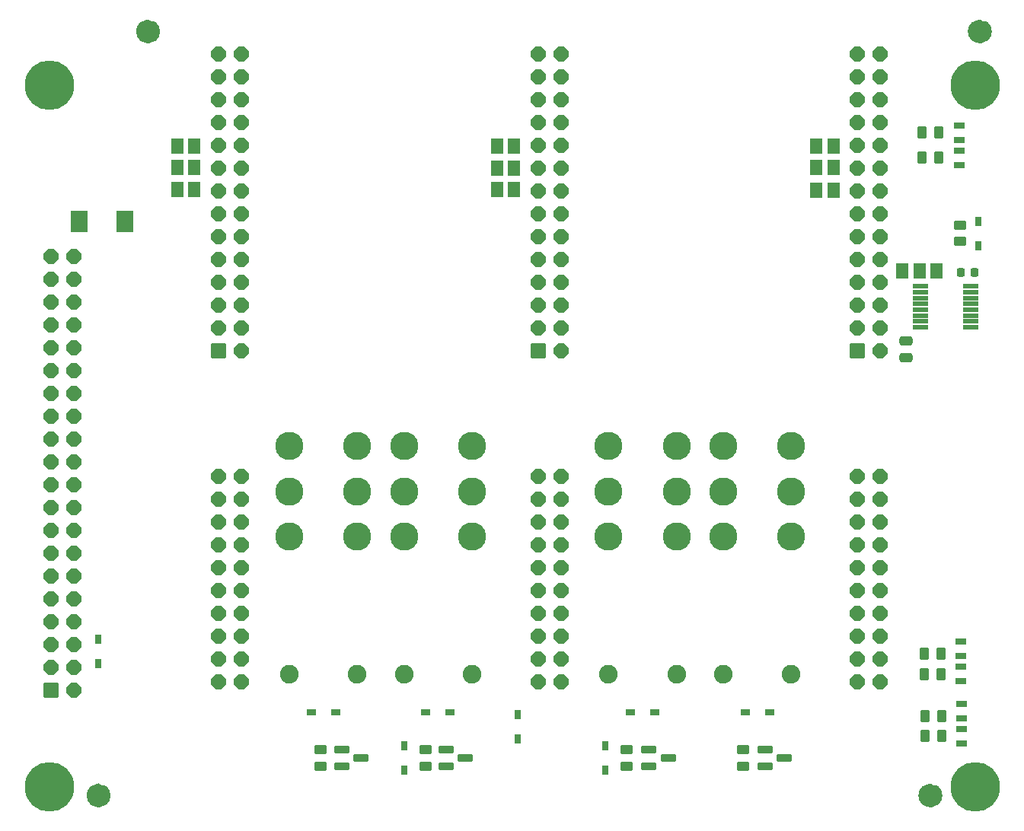
<source format=gbr>
%TF.GenerationSoftware,KiCad,Pcbnew,7.0.10-7.0.10~ubuntu22.04.1*%
%TF.CreationDate,2024-01-03T13:55:48+01:00*%
%TF.ProjectId,EEZ DIB BP3C-DM r3B3,45455a20-4449-4422-9042-5033432d444d,rev?*%
%TF.SameCoordinates,Original*%
%TF.FileFunction,Soldermask,Top*%
%TF.FilePolarity,Negative*%
%FSLAX46Y46*%
G04 Gerber Fmt 4.6, Leading zero omitted, Abs format (unit mm)*
G04 Created by KiCad (PCBNEW 7.0.10-7.0.10~ubuntu22.04.1) date 2024-01-03 13:55:48*
%MOMM*%
%LPD*%
G01*
G04 APERTURE LIST*
G04 Aperture macros list*
%AMRoundRect*
0 Rectangle with rounded corners*
0 $1 Rounding radius*
0 $2 $3 $4 $5 $6 $7 $8 $9 X,Y pos of 4 corners*
0 Add a 4 corners polygon primitive as box body*
4,1,4,$2,$3,$4,$5,$6,$7,$8,$9,$2,$3,0*
0 Add four circle primitives for the rounded corners*
1,1,$1+$1,$2,$3*
1,1,$1+$1,$4,$5*
1,1,$1+$1,$6,$7*
1,1,$1+$1,$8,$9*
0 Add four rect primitives between the rounded corners*
20,1,$1+$1,$2,$3,$4,$5,0*
20,1,$1+$1,$4,$5,$6,$7,0*
20,1,$1+$1,$6,$7,$8,$9,0*
20,1,$1+$1,$8,$9,$2,$3,0*%
%AMFreePoly0*
4,1,17,0.355561,0.794901,0.794901,0.355561,0.813500,0.310660,0.813500,-0.310660,0.794901,-0.355561,0.355561,-0.794901,0.310660,-0.813500,-0.310660,-0.813500,-0.355561,-0.794901,-0.794901,-0.355561,-0.813500,-0.310660,-0.813500,0.310660,-0.794901,0.355561,-0.355561,0.794901,-0.310660,0.813500,0.310660,0.813500,0.355561,0.794901,0.355561,0.794901,$1*%
G04 Aperture macros list end*
%ADD10C,1.327913*%
%ADD11FreePoly0,90.000000*%
%ADD12RoundRect,0.063500X0.750000X-0.750000X0.750000X0.750000X-0.750000X0.750000X-0.750000X-0.750000X0*%
%ADD13RoundRect,0.508000X0.000000X0.000000X0.000000X0.000000X0.000000X0.000000X0.000000X0.000000X0*%
%ADD14RoundRect,0.063500X-0.750000X0.750000X-0.750000X-0.750000X0.750000X-0.750000X0.750000X0.750000X0*%
%ADD15FreePoly0,270.000000*%
%ADD16RoundRect,0.225000X0.225000X0.250000X-0.225000X0.250000X-0.225000X-0.250000X0.225000X-0.250000X0*%
%ADD17C,5.500000*%
%ADD18C,2.077000*%
%ADD19C,3.127000*%
%ADD20RoundRect,0.069233X-0.794267X-0.169267X0.794267X-0.169267X0.794267X0.169267X-0.794267X0.169267X0*%
%ADD21R,1.295400X0.762000*%
%ADD22RoundRect,0.071581X-0.753919X-0.322119X0.753919X-0.322119X0.753919X0.322119X-0.753919X0.322119X0*%
%ADD23RoundRect,0.055763X-0.657737X-0.757737X0.657737X-0.757737X0.657737X0.757737X-0.657737X0.757737X0*%
%ADD24RoundRect,0.250000X-0.262500X-0.450000X0.262500X-0.450000X0.262500X0.450000X-0.262500X0.450000X0*%
%ADD25RoundRect,0.250000X0.450000X-0.262500X0.450000X0.262500X-0.450000X0.262500X-0.450000X-0.262500X0*%
%ADD26RoundRect,0.250000X0.262500X0.450000X-0.262500X0.450000X-0.262500X-0.450000X0.262500X-0.450000X0*%
%ADD27R,1.092200X0.762000*%
%ADD28RoundRect,0.055763X0.657737X0.757737X-0.657737X0.757737X-0.657737X-0.757737X0.657737X-0.757737X0*%
%ADD29R,0.762000X1.092200*%
%ADD30RoundRect,0.054384X-0.909116X-1.109116X0.909116X-1.109116X0.909116X1.109116X-0.909116X1.109116X0*%
%ADD31RoundRect,0.250000X-0.475000X0.250000X-0.475000X-0.250000X0.475000X-0.250000X0.475000X0.250000X0*%
G04 APERTURE END LIST*
%TO.C,FM4*%
D10*
X201163956Y-62500000D02*
G75*
G03*
X199836044Y-62500000I-663956J0D01*
G01*
X199836044Y-62500000D02*
G75*
G03*
X201163956Y-62500000I663956J0D01*
G01*
%TO.C,FM3*%
X103163956Y-147500000D02*
G75*
G03*
X101836044Y-147500000I-663956J0D01*
G01*
X101836044Y-147500000D02*
G75*
G03*
X103163956Y-147500000I663956J0D01*
G01*
%TO.C,FM2*%
X195663956Y-147500000D02*
G75*
G03*
X194336044Y-147500000I-663956J0D01*
G01*
X194336044Y-147500000D02*
G75*
G03*
X195663956Y-147500000I663956J0D01*
G01*
%TO.C,FM1*%
X108663956Y-62500000D02*
G75*
G03*
X107336044Y-62500000I-663956J0D01*
G01*
X107336044Y-62500000D02*
G75*
G03*
X108663956Y-62500000I663956J0D01*
G01*
%TD*%
D11*
%TO.C,X3*%
X186860000Y-134860000D03*
X189400000Y-134860000D03*
X186860000Y-132320000D03*
X189400000Y-132320000D03*
X186860000Y-129780000D03*
X189400000Y-129780000D03*
X186860000Y-127240000D03*
X189400000Y-127240000D03*
X186860000Y-124700000D03*
X189400000Y-124700000D03*
X186860000Y-122160000D03*
X189400000Y-122160000D03*
X186860000Y-119620000D03*
X189400000Y-119620000D03*
X186860000Y-117080000D03*
X189400000Y-117080000D03*
X186860000Y-114540000D03*
X189400000Y-114540000D03*
X186860000Y-112000000D03*
X189400000Y-112000000D03*
%TD*%
%TO.C,X2*%
X151360000Y-134860000D03*
X153900000Y-134860000D03*
X151360000Y-132320000D03*
X153900000Y-132320000D03*
X151360000Y-129780000D03*
X153900000Y-129780000D03*
X151360000Y-127240000D03*
X153900000Y-127240000D03*
X151360000Y-124700000D03*
X153900000Y-124700000D03*
X151360000Y-122160000D03*
X153900000Y-122160000D03*
X151360000Y-119620000D03*
X153900000Y-119620000D03*
X151360000Y-117080000D03*
X153900000Y-117080000D03*
X151360000Y-114540000D03*
X153900000Y-114540000D03*
X151360000Y-112000000D03*
X153900000Y-112000000D03*
%TD*%
%TO.C,X7*%
X189400000Y-65000000D03*
X186860000Y-65000000D03*
X189400000Y-67540000D03*
X186860000Y-67540000D03*
X189400000Y-70080000D03*
X186860000Y-70080000D03*
X189400000Y-72620000D03*
X186860000Y-72620000D03*
X189400000Y-75160000D03*
X186860000Y-75160000D03*
X189400000Y-77700000D03*
X186860000Y-77700000D03*
X189400000Y-80240000D03*
X186860000Y-80240000D03*
X189400000Y-82780000D03*
X186860000Y-82780000D03*
X189400000Y-85320000D03*
X186860000Y-85320000D03*
X189400000Y-87860000D03*
X186860000Y-87860000D03*
X189400000Y-90400000D03*
X186860000Y-90400000D03*
X189400000Y-92940000D03*
X186860000Y-92940000D03*
X189400000Y-95480000D03*
X186860000Y-95480000D03*
X189400000Y-98020000D03*
D12*
X186860000Y-98020000D03*
%TD*%
D11*
%TO.C,X6*%
X153900000Y-65000000D03*
X151360000Y-65000000D03*
X153900000Y-67540000D03*
X151360000Y-67540000D03*
X153900000Y-70080000D03*
X151360000Y-70080000D03*
X153900000Y-72620000D03*
X151360000Y-72620000D03*
X153900000Y-75160000D03*
X151360000Y-75160000D03*
X153900000Y-77700000D03*
X151360000Y-77700000D03*
X153900000Y-80240000D03*
X151360000Y-80240000D03*
X153900000Y-82780000D03*
X151360000Y-82780000D03*
X153900000Y-85320000D03*
X151360000Y-85320000D03*
X153900000Y-87860000D03*
X151360000Y-87860000D03*
X153900000Y-90400000D03*
X151360000Y-90400000D03*
X153900000Y-92940000D03*
X151360000Y-92940000D03*
X153900000Y-95480000D03*
X151360000Y-95480000D03*
X153900000Y-98020000D03*
D12*
X151360000Y-98020000D03*
%TD*%
D11*
%TO.C,X1*%
X115860000Y-134860000D03*
X118400000Y-134860000D03*
X115860000Y-132320000D03*
X118400000Y-132320000D03*
X115860000Y-129780000D03*
X118400000Y-129780000D03*
X115860000Y-127240000D03*
X118400000Y-127240000D03*
X115860000Y-124700000D03*
X118400000Y-124700000D03*
X115860000Y-122160000D03*
X118400000Y-122160000D03*
X115860000Y-119620000D03*
X118400000Y-119620000D03*
X115860000Y-117080000D03*
X118400000Y-117080000D03*
X115860000Y-114540000D03*
X118400000Y-114540000D03*
X115860000Y-112000000D03*
X118400000Y-112000000D03*
%TD*%
%TO.C,X4*%
X118400000Y-65000000D03*
X115860000Y-65000000D03*
X118400000Y-67540000D03*
X115860000Y-67540000D03*
X118400000Y-70080000D03*
X115860000Y-70080000D03*
X118400000Y-72620000D03*
X115860000Y-72620000D03*
X118400000Y-75160000D03*
X115860000Y-75160000D03*
X118400000Y-77700000D03*
X115860000Y-77700000D03*
X118400000Y-80240000D03*
X115860000Y-80240000D03*
X118400000Y-82780000D03*
X115860000Y-82780000D03*
X118400000Y-85320000D03*
X115860000Y-85320000D03*
X118400000Y-87860000D03*
X115860000Y-87860000D03*
X118400000Y-90400000D03*
X115860000Y-90400000D03*
X118400000Y-92940000D03*
X115860000Y-92940000D03*
X118400000Y-95480000D03*
X115860000Y-95480000D03*
X118400000Y-98020000D03*
D12*
X115860000Y-98020000D03*
%TD*%
D13*
%TO.C,FM4*%
X200500000Y-62500000D03*
%TD*%
%TO.C,FM3*%
X102500000Y-147500000D03*
%TD*%
%TO.C,FM2*%
X195000000Y-147500000D03*
%TD*%
%TO.C,FM1*%
X108000000Y-62500000D03*
%TD*%
D14*
%TO.C,X5*%
X97200000Y-135760000D03*
D15*
X99740000Y-135760000D03*
X97200000Y-133220000D03*
X99740000Y-133220000D03*
X97200000Y-130680000D03*
X99740000Y-130680000D03*
X97200000Y-128140000D03*
X99740000Y-128140000D03*
X97200000Y-125600000D03*
X99740000Y-125600000D03*
X97200000Y-123060000D03*
X99740000Y-123060000D03*
X97200000Y-120520000D03*
X99740000Y-120520000D03*
X97200000Y-117980000D03*
X99740000Y-117980000D03*
X97200000Y-115440000D03*
X99740000Y-115440000D03*
X97200000Y-112900000D03*
X99740000Y-112900000D03*
X97200000Y-110360000D03*
X99740000Y-110360000D03*
X97200000Y-107820000D03*
X99740000Y-107820000D03*
X97200000Y-105280000D03*
X99740000Y-105280000D03*
X97200000Y-102740000D03*
X99740000Y-102740000D03*
X97200000Y-100200000D03*
X99740000Y-100200000D03*
X97200000Y-97660000D03*
X99740000Y-97660000D03*
X97200000Y-95120000D03*
X99740000Y-95120000D03*
X97200000Y-92580000D03*
X99740000Y-92580000D03*
X97200000Y-90040000D03*
X99740000Y-90040000D03*
X97200000Y-87500000D03*
X99740000Y-87500000D03*
%TD*%
D16*
%TO.C,C1*%
X199907100Y-89344600D03*
X198357100Y-89344600D03*
%TD*%
D17*
%TO.C,H4*%
X200000000Y-146500000D03*
%TD*%
%TO.C,H3*%
X200000000Y-68500000D03*
%TD*%
%TO.C,H2*%
X97000000Y-146500000D03*
%TD*%
%TO.C,H1*%
X97000000Y-68500000D03*
%TD*%
D18*
%TO.C,K3*%
X123721100Y-134003600D03*
X131281100Y-134003600D03*
D19*
X131281100Y-108633600D03*
X123721100Y-108633600D03*
X131281100Y-118713600D03*
X123721100Y-118713600D03*
X131281100Y-113673600D03*
X123721100Y-113673600D03*
%TD*%
D18*
%TO.C,K2*%
X136471100Y-134003600D03*
X144031100Y-134003600D03*
D19*
X144031100Y-108633600D03*
X136471100Y-108633600D03*
X144031100Y-118713600D03*
X136471100Y-118713600D03*
X144031100Y-113673600D03*
X136471100Y-113673600D03*
%TD*%
D18*
%TO.C,K4*%
X171971100Y-134003600D03*
X179531100Y-134003600D03*
D19*
X179531100Y-108633600D03*
X171971100Y-108633600D03*
X179531100Y-118713600D03*
X171971100Y-118713600D03*
X179531100Y-113673600D03*
X171971100Y-113673600D03*
%TD*%
%TO.C,K1*%
X159221100Y-113673600D03*
X166781100Y-113673600D03*
X159221100Y-118713600D03*
X166781100Y-118713600D03*
X159221100Y-108633600D03*
X166781100Y-108633600D03*
D18*
X166781100Y-134003600D03*
X159221100Y-134003600D03*
%TD*%
D20*
%TO.C,IC1*%
X193919100Y-90854600D03*
X193919100Y-91504600D03*
X193919100Y-92154600D03*
X193919100Y-92804600D03*
X193919100Y-93454600D03*
X193919100Y-94104600D03*
X193919100Y-94754600D03*
X193919100Y-95404600D03*
X199519100Y-95404600D03*
X199519100Y-94754600D03*
X199519100Y-94104600D03*
X199519100Y-93454600D03*
X199519100Y-92804600D03*
X199519100Y-92154600D03*
X199519100Y-91504600D03*
X199519100Y-90854600D03*
%TD*%
D21*
%TO.C,LED6*%
X198247000Y-77406500D03*
X198247000Y-75755500D03*
%TD*%
%TO.C,LED5*%
X198247000Y-74612500D03*
X198247000Y-72961500D03*
%TD*%
%TO.C,LED4*%
X198374100Y-130365500D03*
X198374100Y-132016500D03*
%TD*%
%TO.C,LED3*%
X198437600Y-140068400D03*
X198437600Y-141719400D03*
%TD*%
%TO.C,LED2*%
X198437600Y-137287000D03*
X198437600Y-138938000D03*
%TD*%
%TO.C,LED1*%
X198374100Y-133159600D03*
X198374100Y-134810600D03*
%TD*%
D22*
%TO.C,Q4*%
X178748600Y-143319600D03*
X176589600Y-144284800D03*
X176589600Y-142354400D03*
%TD*%
%TO.C,Q3*%
X131695100Y-143319600D03*
X129536100Y-144284800D03*
X129536100Y-142354400D03*
%TD*%
%TO.C,Q2*%
X143302900Y-143319600D03*
X141143900Y-144284800D03*
X141143900Y-142354400D03*
%TD*%
%TO.C,Q1*%
X163699100Y-142354400D03*
X163699100Y-144284800D03*
X165858100Y-143319600D03*
%TD*%
D23*
%TO.C,JP9*%
X184211000Y-75247500D03*
X182311000Y-75247500D03*
%TD*%
%TO.C,JP6*%
X146812000Y-75255600D03*
X148712000Y-75255600D03*
%TD*%
%TO.C,JP8*%
X184211000Y-77660500D03*
X182311000Y-77660500D03*
%TD*%
%TO.C,JP2*%
X113154500Y-77660500D03*
X111254500Y-77660500D03*
%TD*%
D24*
%TO.C,R10*%
X195917100Y-76517600D03*
X194092100Y-76517600D03*
%TD*%
D25*
%TO.C,R11*%
X198306600Y-84050600D03*
X198306600Y-85875600D03*
%TD*%
D26*
%TO.C,R5*%
X194346100Y-133985100D03*
X196171100Y-133985100D03*
%TD*%
D23*
%TO.C,JP5*%
X146812000Y-77668600D03*
X148712000Y-77668600D03*
%TD*%
D26*
%TO.C,R7*%
X194422300Y-140893900D03*
X196247300Y-140893900D03*
%TD*%
D27*
%TO.C,D6*%
X174405200Y-138239600D03*
X177123000Y-138239600D03*
%TD*%
D28*
%TO.C,JP7*%
X148712000Y-80081600D03*
X146812000Y-80081600D03*
%TD*%
D23*
%TO.C,JP3*%
X113154500Y-75247500D03*
X111254500Y-75247500D03*
%TD*%
D25*
%TO.C,R1*%
X161222600Y-142407100D03*
X161222600Y-144232100D03*
%TD*%
D27*
%TO.C,D5*%
X126145200Y-138239600D03*
X128863000Y-138239600D03*
%TD*%
D25*
%TO.C,R3*%
X127186600Y-142407100D03*
X127186600Y-144232100D03*
%TD*%
D24*
%TO.C,R9*%
X195917100Y-73723600D03*
X194092100Y-73723600D03*
%TD*%
D27*
%TO.C,D4*%
X138845200Y-138239600D03*
X141563000Y-138239600D03*
%TD*%
D23*
%TO.C,JP1*%
X193802000Y-89154000D03*
X195702000Y-89154000D03*
X191902000Y-89154000D03*
%TD*%
D29*
%TO.C,D8*%
X200338600Y-86322000D03*
X200338600Y-83604200D03*
%TD*%
%TO.C,ZD1*%
X149094100Y-141186000D03*
X149094100Y-138468200D03*
%TD*%
D26*
%TO.C,R8*%
X194346100Y-131762600D03*
X196171100Y-131762600D03*
%TD*%
D29*
%TO.C,D1*%
X158809600Y-141960700D03*
X158809600Y-144678500D03*
%TD*%
D28*
%TO.C,JP4*%
X111254500Y-80073500D03*
X113154500Y-80073500D03*
%TD*%
D29*
%TO.C,D2*%
X136521100Y-144678500D03*
X136521100Y-141960700D03*
%TD*%
D30*
%TO.C,D7*%
X100316100Y-83629600D03*
X105416100Y-83629600D03*
%TD*%
D27*
%TO.C,D3*%
X161641700Y-138239600D03*
X164359500Y-138239600D03*
%TD*%
D28*
%TO.C,JP10*%
X182311000Y-80200500D03*
X184211000Y-80200500D03*
%TD*%
D31*
%TO.C,C2*%
X192274100Y-96903600D03*
X192274100Y-98803600D03*
%TD*%
D25*
%TO.C,R4*%
X174176600Y-142407100D03*
X174176600Y-144232100D03*
%TD*%
D26*
%TO.C,R6*%
X194422300Y-138671400D03*
X196247300Y-138671400D03*
%TD*%
D29*
%TO.C,D9*%
X102421600Y-130086200D03*
X102421600Y-132804000D03*
%TD*%
D25*
%TO.C,R2*%
X138870600Y-142407100D03*
X138870600Y-144232100D03*
%TD*%
M02*

</source>
